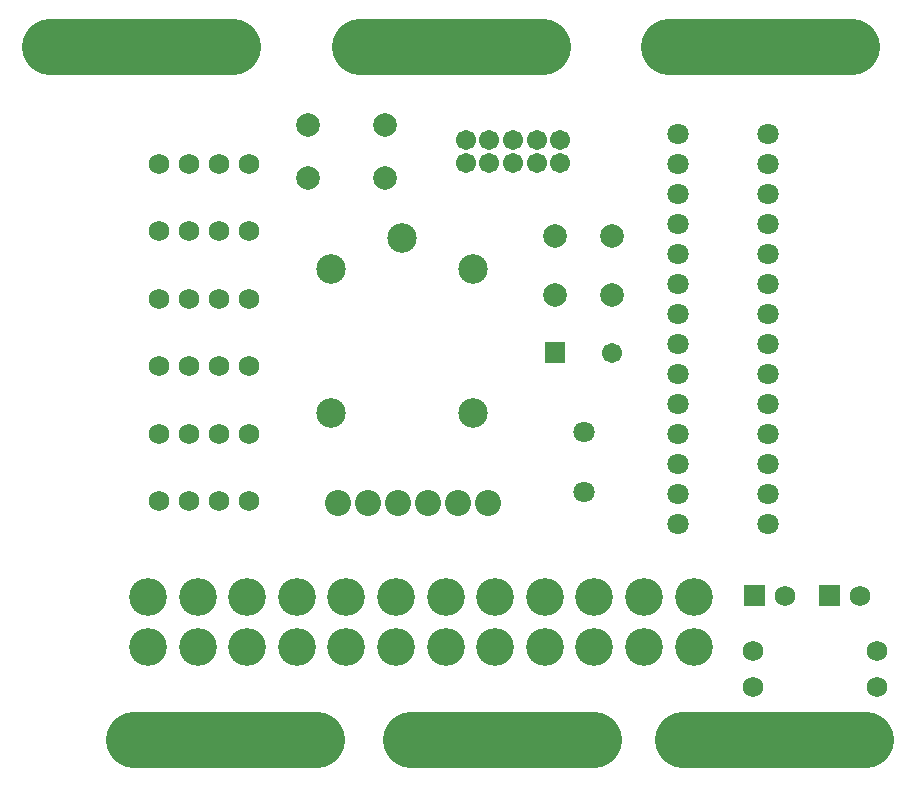
<source format=gts>
G04 Layer: TopSolderMaskLayer*
G04 EasyEDA v6.4.7, 2021-01-11T10:17:57+08:00*
G04 90706c7a1cc54bb094bce230ef5c70c2,119f753a6ce64b8d841f2ad33262ab0c,10*
G04 Gerber Generator version 0.2*
G04 Scale: 100 percent, Rotated: No, Reflected: No *
G04 Dimensions in millimeters *
G04 leading zeros omitted , absolute positions ,3 integer and 3 decimal *
%FSLAX33Y33*%
%MOMM*%
G90*
D02*

%ADD28C,4.703191*%
%ADD29C,2.203196*%
%ADD30C,1.703197*%
%ADD31C,2.503195*%
%ADD32C,2.003196*%
%ADD34C,1.804010*%
%ADD35C,1.803197*%
%ADD36C,1.727200*%
%ADD37C,3.203194*%

%LPD*%
G54D28*
G01X4132Y61976D02*
G01X19632Y61976D01*
G01X30421Y61976D02*
G01X45921Y61976D01*
G01X56583Y61976D02*
G01X72083Y61976D01*
G01X57726Y3302D02*
G01X73226Y3302D01*
G01X11244Y3302D02*
G01X26744Y3302D01*
G01X34739Y3302D02*
G01X50239Y3302D01*
G54D29*
G01X31059Y23368D03*
G01X28519Y23368D03*
G01X41219Y23368D03*
G01X36139Y23368D03*
G01X38679Y23368D03*
G01X33599Y23368D03*
G54D30*
G01X39377Y52086D03*
G01X39377Y54086D03*
G01X41379Y52085D03*
G01X41379Y54085D03*
G01X43379Y52085D03*
G01X43379Y54085D03*
G01X45377Y52086D03*
G01X45377Y54086D03*
G01X47379Y52085D03*
G01X47379Y54085D03*
G54D31*
G01X39980Y43178D03*
G01X33980Y45728D03*
G01X27980Y43178D03*
G01X27980Y30979D03*
G01X39980Y30979D03*
G54D32*
G01X46934Y45933D03*
G01X46934Y40933D03*
G54D30*
G01X51785Y36068D03*
G36*
G01X46057Y35217D02*
G01X46057Y36918D01*
G01X47759Y36918D01*
G01X47759Y35217D01*
G01X46057Y35217D01*
G37*
G54D34*
G01X64968Y54609D03*
G54D35*
G01X57348Y54609D03*
G01X57348Y52069D03*
G01X57348Y49529D03*
G01X57348Y46989D03*
G01X57348Y44449D03*
G01X57348Y41909D03*
G01X57348Y39369D03*
G01X57348Y36829D03*
G01X57348Y34289D03*
G01X57348Y31749D03*
G01X57348Y29209D03*
G01X57348Y26669D03*
G01X57348Y24129D03*
G01X57348Y21589D03*
G01X64968Y21589D03*
G01X64968Y24129D03*
G01X64968Y26669D03*
G01X64968Y29209D03*
G01X64968Y31749D03*
G01X64968Y34289D03*
G01X64968Y36829D03*
G01X64968Y39369D03*
G54D34*
G01X64968Y41909D03*
G54D35*
G01X64968Y44449D03*
G01X64968Y46989D03*
G01X64968Y49529D03*
G01X64968Y52069D03*
G01X49347Y29337D03*
G01X49347Y24257D03*
G54D36*
G01X13406Y52070D03*
G01X15946Y52070D03*
G01X18486Y52070D03*
G01X21026Y52070D03*
G01X13406Y46355D03*
G01X15946Y46355D03*
G01X18486Y46355D03*
G01X21026Y46355D03*
G01X13406Y40640D03*
G01X15946Y40640D03*
G01X18486Y40640D03*
G01X21026Y40640D03*
G01X13406Y34925D03*
G01X15946Y34925D03*
G01X18486Y34925D03*
G01X21026Y34925D03*
G54D32*
G01X51760Y45933D03*
G01X51760Y40933D03*
G54D37*
G01X58659Y15334D03*
G01X54459Y15334D03*
G01X50259Y15334D03*
G01X46059Y15334D03*
G01X41859Y15334D03*
G01X37659Y15334D03*
G01X12459Y11135D03*
G01X16659Y11135D03*
G01X20859Y11135D03*
G01X12459Y15334D03*
G01X16659Y15334D03*
G01X20859Y15334D03*
G01X25059Y15334D03*
G01X29259Y15334D03*
G01X33459Y15334D03*
G01X25059Y11135D03*
G01X29259Y11135D03*
G01X33459Y11135D03*
G01X37659Y11135D03*
G01X41859Y11135D03*
G01X46059Y11135D03*
G01X50259Y11135D03*
G01X54459Y11135D03*
G01X58659Y11135D03*
G54D32*
G01X32532Y50835D03*
G01X32532Y55336D03*
G01X26029Y50835D03*
G01X26029Y55336D03*
G54D36*
G01X13406Y23495D03*
G01X15946Y23495D03*
G01X18486Y23495D03*
G01X21026Y23495D03*
G01X13406Y29210D03*
G01X15946Y29210D03*
G01X18486Y29210D03*
G01X21026Y29210D03*
G01X74155Y10795D03*
G01X63655Y10795D03*
G01X74155Y7747D03*
G01X63655Y7747D03*
G01X66365Y15494D03*
G36*
G01X62961Y14630D02*
G01X62961Y16357D01*
G01X64688Y16357D01*
G01X64688Y14630D01*
G01X62961Y14630D01*
G37*
G01X72715Y15494D03*
G36*
G01X69311Y14630D02*
G01X69311Y16357D01*
G01X71038Y16357D01*
G01X71038Y14630D01*
G01X69311Y14630D01*
G37*
M00*
M02*

</source>
